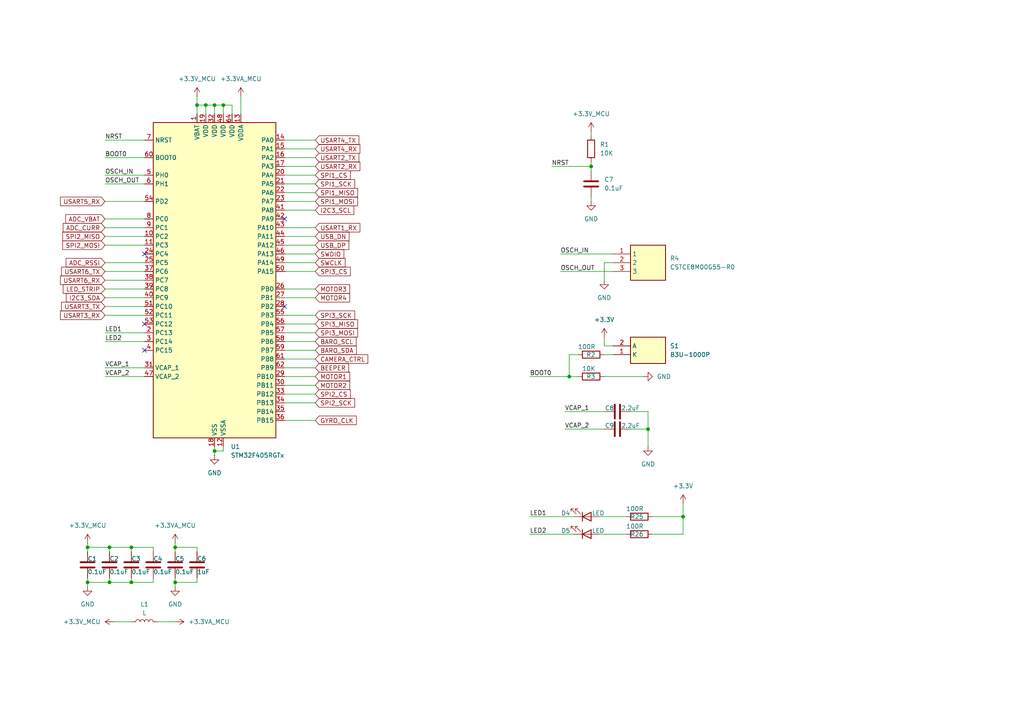
<source format=kicad_sch>
(kicad_sch (version 20250114) (generator "eeschema") (generator_version "9.0")
  (paper "A4")
  (lib_symbols
    (symbol "Device:LED" (pin_numbers (hide yes)) (pin_names (offset 1.016) (hide yes))
      (property "Reference" "D" (at 0 2.54 0))
      (property "Value" "LED" (at 0 -2.54 0))
      (symbol "LED_0_1"
        (polyline (pts (xy -3.048 -0.762) (xy -4.572 -2.286) (xy -3.81 -2.286) (xy -4.572 -2.286) (xy -4.572 -1.524)))
        (polyline (pts (xy -1.778 -0.762) (xy -3.302 -2.286) (xy -2.54 -2.286) (xy -3.302 -2.286) (xy -3.302 -1.524)))
        (polyline (pts (xy -1.27 0) (xy 1.27 0)))
        (polyline (pts (xy -1.27 -1.27) (xy -1.27 1.27)) (stroke (width 0.254)))
        (polyline (pts (xy 1.27 -1.27) (xy 1.27 1.27) (xy -1.27 0) (xy 1.27 -1.27)) (stroke (width 0.254)))
      )
      (symbol "LED_1_1"
        (pin passive line (at -3.81 0 0) (length 2.54) (name "K") (number "1"))
        (pin passive line (at 3.81 0 180) (length 2.54) (name "A") (number "2"))
      )
    )
    (symbol "Library:B3U-1000P"
      (property "Reference" "S" (at 16.51 7.62 0))
      (property "Value" "B3U-1000P" (at 16.51 5.08 0))
      (symbol "B3U-1000P_1_1"
        (rectangle (start 5.08 2.54) (end 15.24 -5.08) (stroke (width 0.254)) (fill (type background)))
        (pin passive line (at 0 0 0) (length 5.08) (name "A") (number "2"))
        (pin passive line (at 0 -2.54 0) (length 5.08) (name "K") (number "1"))
      )
    )
    (symbol "Library:C" (pin_numbers (hide yes)) (pin_names (offset 0.254))
      (property "Reference" "C" (at 0.635 2.54 0))
      (property "Value" "C" (at 0.635 -2.54 0))
      (symbol "C_0_1"
        (polyline (pts (xy -2.032 0.762) (xy 2.032 0.762)) (stroke (width 0.508)))
        (polyline (pts (xy -2.032 -0.762) (xy 2.032 -0.762)) (stroke (width 0.508)))
      )
      (symbol "C_1_1"
        (pin passive line (at 0 3.81 270) (length 2.794) (name "~") (number "1"))
        (pin passive line (at 0 -3.81 90) (length 2.794) (name "~") (number "2"))
      )
    )
    (symbol "Library:CSTCE8M00G55-R0"
      (property "Reference" "R" (at 16.51 7.62 0))
      (property "Value" "CSTCE8M00G55-R0" (at 16.51 5.08 0))
      (symbol "CSTCE8M00G55-R0_1_1"
        (rectangle (start 5.08 2.54) (end 15.24 -7.62) (stroke (width 0.254)) (fill (type background)))
        (pin passive line (at 0 0 0) (length 5.08) (name "1") (number "1"))
        (pin passive line (at 0 -2.54 0) (length 5.08) (name "2") (number "2"))
        (pin passive line (at 0 -5.08 0) (length 5.08) (name "3") (number "3"))
      )
    )
    (symbol "Library:L" (pin_numbers (hide yes)) (pin_names (offset 1.016) (hide yes))
      (property "Reference" "L" (at -1.27 0 90))
      (property "Value" "L" (at 1.905 0 90))
      (symbol "L_0_1"
        (arc (start 0 2.54) (mid 0.6323 1.905) (end 0 1.27))
        (arc (start 0 1.27) (mid 0.6323 0.635) (end 0 0))
        (arc (start 0 0) (mid 0.6323 -0.635) (end 0 -1.27))
        (arc (start 0 -1.27) (mid 0.6323 -1.905) (end 0 -2.54))
      )
      (symbol "L_1_1"
        (pin passive line (at 0 3.81 270) (length 1.27) (name "1") (number "1"))
        (pin passive line (at 0 -3.81 90) (length 1.27) (name "2") (number "2"))
      )
    )
    (symbol "Library:R" (pin_numbers (hide yes)) (pin_names (offset 0))
      (property "Reference" "R" (at 2.032 0 90))
      (property "Value" "R" (at 0 0 90))
      (symbol "R_0_1"
        (rectangle (start -1.016 -2.54) (end 1.016 2.54) (stroke (width 0.254)))
      )
      (symbol "R_1_1"
        (pin passive line (at 0 3.81 270) (length 1.27) (name "~") (number "1"))
        (pin passive line (at 0 -3.81 90) (length 1.27) (name "~") (number "2"))
      )
    )
    (symbol "Library:STM32F405RGTx"
      (property "Reference" "U" (at -17.78 46.99 0))
      (property "Value" "STM32F405RGTx" (at 10.16 46.99 0))
      (symbol "STM32F405RGTx_0_1"
        (rectangle (start -17.78 -45.72) (end 17.78 45.72) (stroke (width 0.254)) (fill (type background)))
      )
      (symbol "STM32F405RGTx_1_1"
        (pin input line (at -20.32 40.64 0) (length 2.54) (name "NRST") (number "7"))
        (pin input line (at -20.32 35.56 0) (length 2.54) (name "BOOT0") (number "60"))
        (pin bidirectional line (at -20.32 30.48 0) (length 2.54) (name "PH0") (number "5"))
        (pin bidirectional line (at -20.32 27.94 0) (length 2.54) (name "PH1") (number "6"))
        (pin bidirectional line (at -20.32 22.86 0) (length 2.54) (name "PD2") (number "54"))
        (pin bidirectional line (at -20.32 17.78 0) (length 2.54) (name "PC0") (number "8"))
        (pin bidirectional line (at -20.32 15.24 0) (length 2.54) (name "PC1") (number "9"))
        (pin bidirectional line (at -20.32 12.7 0) (length 2.54) (name "PC2") (number "10"))
        (pin bidirectional line (at -20.32 10.16 0) (length 2.54) (name "PC3") (number "11"))
        (pin bidirectional line (at -20.32 7.62 0) (length 2.54) (name "PC4") (number "24"))
        (pin bidirectional line (at -20.32 5.08 0) (length 2.54) (name "PC5") (number "25"))
        (pin bidirectional line (at -20.32 2.54 0) (length 2.54) (name "PC6") (number "37"))
        (pin bidirectional line (at -20.32 0 0) (length 2.54) (name "PC7") (number "38"))
        (pin bidirectional line (at -20.32 -2.54 0) (length 2.54) (name "PC8") (number "39"))
        (pin bidirectional line (at -20.32 -5.08 0) (length 2.54) (name "PC9") (number "40"))
        (pin bidirectional line (at -20.32 -7.62 0) (length 2.54) (name "PC10") (number "51"))
        (pin bidirectional line (at -20.32 -10.16 0) (length 2.54) (name "PC11") (number "52"))
        (pin bidirectional line (at -20.32 -12.7 0) (length 2.54) (name "PC12") (number "53"))
        (pin bidirectional line (at -20.32 -15.24 0) (length 2.54) (name "PC13") (number "2"))
        (pin bidirectional line (at -20.32 -17.78 0) (length 2.54) (name "PC14") (number "3"))
        (pin bidirectional line (at -20.32 -20.32 0) (length 2.54) (name "PC15") (number "4"))
        (pin power_out line (at -20.32 -25.4 0) (length 2.54) (name "VCAP_1") (number "31"))
        (pin power_out line (at -20.32 -27.94 0) (length 2.54) (name "VCAP_2") (number "47"))
        (pin power_in line (at -5.08 48.26 270) (length 2.54) (name "VBAT") (number "1"))
        (pin power_in line (at -2.54 48.26 270) (length 2.54) (name "VDD") (number "19"))
        (pin power_in line (at 0 48.26 270) (length 2.54) (name "VDD") (number "32"))
        (pin power_in line (at 0 -48.26 90) (length 2.54) (name "VSS") (number "18"))
        (pin passive line (at 0 -48.26 90) (length 2.54) (hide yes) (name "VSS") (number "63"))
        (pin power_in line (at 2.54 48.26 270) (length 2.54) (name "VDD") (number "48"))
        (pin power_in line (at 2.54 -48.26 90) (length 2.54) (name "VSSA") (number "12"))
        (pin power_in line (at 5.08 48.26 270) (length 2.54) (name "VDD") (number "64"))
        (pin power_in line (at 7.62 48.26 270) (length 2.54) (name "VDDA") (number "13"))
        (pin bidirectional line (at 20.32 40.64 180) (length 2.54) (name "PA0") (number "14"))
        (pin bidirectional line (at 20.32 38.1 180) (length 2.54) (name "PA1") (number "15"))
        (pin bidirectional line (at 20.32 35.56 180) (length 2.54) (name "PA2") (number "16"))
        (pin bidirectional line (at 20.32 33.02 180) (length 2.54) (name "PA3") (number "17"))
        (pin bidirectional line (at 20.32 30.48 180) (length 2.54) (name "PA4") (number "20"))
        (pin bidirectional line (at 20.32 27.94 180) (length 2.54) (name "PA5") (number "21"))
        (pin bidirectional line (at 20.32 25.4 180) (length 2.54) (name "PA6") (number "22"))
        (pin bidirectional line (at 20.32 22.86 180) (length 2.54) (name "PA7") (number "23"))
        (pin bidirectional line (at 20.32 20.32 180) (length 2.54) (name "PA8") (number "41"))
        (pin bidirectional line (at 20.32 17.78 180) (length 2.54) (name "PA9") (number "42"))
        (pin bidirectional line (at 20.32 15.24 180) (length 2.54) (name "PA10") (number "43"))
        (pin bidirectional line (at 20.32 12.7 180) (length 2.54) (name "PA11") (number "44"))
        (pin bidirectional line (at 20.32 10.16 180) (length 2.54) (name "PA12") (number "45"))
        (pin bidirectional line (at 20.32 7.62 180) (length 2.54) (name "PA13") (number "46"))
        (pin bidirectional line (at 20.32 5.08 180) (length 2.54) (name "PA14") (number "49"))
        (pin bidirectional line (at 20.32 2.54 180) (length 2.54) (name "PA15") (number "50"))
        (pin bidirectional line (at 20.32 -2.54 180) (length 2.54) (name "PB0") (number "26"))
        (pin bidirectional line (at 20.32 -5.08 180) (length 2.54) (name "PB1") (number "27"))
        (pin bidirectional line (at 20.32 -7.62 180) (length 2.54) (name "PB2") (number "28"))
        (pin bidirectional line (at 20.32 -10.16 180) (length 2.54) (name "PB3") (number "55"))
        (pin bidirectional line (at 20.32 -12.7 180) (length 2.54) (name "PB4") (number "56"))
        (pin bidirectional line (at 20.32 -15.24 180) (length 2.54) (name "PB5") (number "57"))
        (pin bidirectional line (at 20.32 -17.78 180) (length 2.54) (name "PB6") (number "58"))
        (pin bidirectional line (at 20.32 -20.32 180) (length 2.54) (name "PB7") (number "59"))
        (pin bidirectional line (at 20.32 -22.86 180) (length 2.54) (name "PB8") (number "61"))
        (pin bidirectional line (at 20.32 -25.4 180) (length 2.54) (name "PB9") (number "62"))
        (pin bidirectional line (at 20.32 -27.94 180) (length 2.54) (name "PB10") (number "29"))
        (pin bidirectional line (at 20.32 -30.48 180) (length 2.54) (name "PB11") (number "30"))
        (pin bidirectional line (at 20.32 -33.02 180) (length 2.54) (name "PB12") (number "33"))
        (pin bidirectional line (at 20.32 -35.56 180) (length 2.54) (name "PB13") (number "34"))
        (pin bidirectional line (at 20.32 -38.1 180) (length 2.54) (name "PB14") (number "35"))
        (pin bidirectional line (at 20.32 -40.64 180) (length 2.54) (name "PB15") (number "36"))
      )
    )
    (symbol "power:+3.3V" (power) (pin_numbers (hide yes)) (pin_names (offset 0) (hide yes))
      (property "Value" "+3.3V" (at 0 3.556 0))
      (symbol "+3.3V_0_1"
        (polyline (pts (xy -0.762 1.27) (xy 0 2.54)))
        (polyline (pts (xy 0 2.54) (xy 0.762 1.27)))
        (polyline (pts (xy 0 0) (xy 0 2.54)))
      )
      (symbol "+3.3V_1_1"
        (pin power_in line (at 0 0 90) (length 0) (name "~") (number "1"))
      )
    )
    (symbol "power:GND" (power) (pin_numbers (hide yes)) (pin_names (offset 0) (hide yes))
      (property "Value" "GND" (at 0 -3.81 0))
      (symbol "GND_0_1"
        (polyline (pts (xy 0 0) (xy 0 -1.27) (xy 1.27 -1.27) (xy 0 -2.54) (xy -1.27 -1.27) (xy 0 -1.27)))
      )
      (symbol "GND_1_1"
        (pin power_in line (at 0 0 270) (length 0) (name "~") (number "1"))
      )
    )
  )
  (junction (at 25.4 158.75))
  (junction (at 187.96 124.46))
  (junction (at 198.12 149.86))
  (junction (at 165.1 109.22))
  (junction (at 64.77 30.48))
  (junction (at 171.45 48.26))
  (junction (at 31.75 168.91))
  (junction (at 57.15 30.48))
  (junction (at 62.23 30.48))
  (junction (at 50.8 168.91))
  (junction (at 38.1 168.91))
  (junction (at 38.1 158.75))
  (junction (at 31.75 158.75))
  (junction (at 25.4 168.91))
  (junction (at 59.69 30.48))
  (junction (at 62.23 130.81))
  (junction (at 50.8 158.75))
  (no_connect (at 41.91 73.66))
  (no_connect (at 82.55 88.9))
  (no_connect (at 82.55 63.5))
  (no_connect (at 41.91 101.6))
  (no_connect (at 41.91 93.98))
  (wire (pts (xy 82.55 99.06) (xy 91.44 99.06)))
  (wire (pts (xy 30.48 99.06) (xy 41.91 99.06)))
  (wire (pts (xy 82.55 101.6) (xy 91.44 101.6)))
  (wire (pts (xy 82.55 91.44) (xy 91.44 91.44)))
  (wire (pts (xy 30.48 91.44) (xy 41.91 91.44)))
  (wire (pts (xy 165.1 102.87) (xy 167.64 102.87)))
  (wire (pts (xy 50.8 157.48) (xy 50.8 158.75)))
  (wire (pts (xy 33.02 180.34) (xy 38.1 180.34)))
  (wire (pts (xy 165.1 109.22) (xy 165.1 102.87)))
  (wire (pts (xy 91.44 109.22) (xy 82.55 109.22)))
  (wire (pts (xy 25.4 158.75) (xy 25.4 160.02)))
  (wire (pts (xy 30.48 63.5) (xy 41.91 63.5)))
  (wire (pts (xy 57.15 27.94) (xy 57.15 30.48)))
  (wire (pts (xy 50.8 158.75) (xy 50.8 160.02)))
  (wire (pts (xy 91.44 50.8) (xy 82.55 50.8)))
  (wire (pts (xy 91.44 66.04) (xy 82.55 66.04)))
  (wire (pts (xy 82.55 93.98) (xy 91.44 93.98)))
  (wire (pts (xy 30.48 86.36) (xy 41.91 86.36)))
  (wire (pts (xy 67.31 30.48) (xy 67.31 33.02)))
  (wire (pts (xy 160.02 48.26) (xy 171.45 48.26)))
  (wire (pts (xy 182.88 124.46) (xy 187.96 124.46)))
  (wire (pts (xy 38.1 168.91) (xy 44.45 168.91)))
  (wire (pts (xy 57.15 160.02) (xy 57.15 158.75)))
  (wire (pts (xy 91.44 114.3) (xy 82.55 114.3)))
  (wire (pts (xy 91.44 83.82) (xy 82.55 83.82)))
  (wire (pts (xy 30.48 71.12) (xy 41.91 71.12)))
  (wire (pts (xy 162.56 78.74) (xy 177.8 78.74)))
  (wire (pts (xy 57.15 30.48) (xy 59.69 30.48)))
  (wire (pts (xy 175.26 97.79) (xy 175.26 100.33)))
  (wire (pts (xy 175.26 109.22) (xy 186.69 109.22)))
  (wire (pts (xy 82.55 86.36) (xy 91.44 86.36)))
  (wire (pts (xy 38.1 158.75) (xy 31.75 158.75)))
  (wire (pts (xy 171.45 48.26) (xy 171.45 49.53)))
  (wire (pts (xy 41.91 68.58) (xy 30.48 68.58)))
  (wire (pts (xy 82.55 121.92) (xy 91.44 121.92)))
  (wire (pts (xy 91.44 68.58) (xy 82.55 68.58)))
  (wire (pts (xy 30.48 109.22) (xy 41.91 109.22)))
  (wire (pts (xy 30.48 81.28) (xy 41.91 81.28)))
  (wire (pts (xy 44.45 158.75) (xy 44.45 160.02)))
  (wire (pts (xy 82.55 96.52) (xy 91.44 96.52)))
  (wire (pts (xy 38.1 167.64) (xy 38.1 168.91)))
  (wire (pts (xy 82.55 76.2) (xy 91.44 76.2)))
  (wire (pts (xy 64.77 129.54) (xy 64.77 130.81)))
  (wire (pts (xy 163.83 124.46) (xy 175.26 124.46)))
  (wire (pts (xy 187.96 124.46) (xy 187.96 129.54)))
  (wire (pts (xy 82.55 106.68) (xy 91.44 106.68)))
  (wire (pts (xy 198.12 154.94) (xy 189.23 154.94)))
  (wire (pts (xy 198.12 149.86) (xy 198.12 154.94)))
  (wire (pts (xy 30.48 78.74) (xy 41.91 78.74)))
  (wire (pts (xy 64.77 30.48) (xy 64.77 33.02)))
  (wire (pts (xy 57.15 168.91) (xy 57.15 167.64)))
  (wire (pts (xy 30.48 66.04) (xy 41.91 66.04)))
  (wire (pts (xy 31.75 167.64) (xy 31.75 168.91)))
  (wire (pts (xy 44.45 167.64) (xy 44.45 168.91)))
  (wire (pts (xy 25.4 168.91) (xy 25.4 170.18)))
  (wire (pts (xy 82.55 60.96) (xy 91.44 60.96)))
  (wire (pts (xy 44.45 158.75) (xy 38.1 158.75)))
  (wire (pts (xy 62.23 30.48) (xy 64.77 30.48)))
  (wire (pts (xy 165.1 109.22) (xy 167.64 109.22)))
  (wire (pts (xy 171.45 46.99) (xy 171.45 48.26)))
  (wire (pts (xy 38.1 158.75) (xy 38.1 160.02)))
  (wire (pts (xy 62.23 30.48) (xy 62.23 33.02)))
  (wire (pts (xy 62.23 129.54) (xy 62.23 130.81)))
  (wire (pts (xy 30.48 45.72) (xy 41.91 45.72)))
  (wire (pts (xy 64.77 30.48) (xy 67.31 30.48)))
  (wire (pts (xy 30.48 88.9) (xy 41.91 88.9)))
  (wire (pts (xy 50.8 167.64) (xy 50.8 168.91)))
  (wire (pts (xy 62.23 130.81) (xy 62.23 132.08)))
  (wire (pts (xy 91.44 48.26) (xy 82.55 48.26)))
  (wire (pts (xy 31.75 168.91) (xy 38.1 168.91)))
  (wire (pts (xy 91.44 58.42) (xy 82.55 58.42)))
  (wire (pts (xy 30.48 96.52) (xy 41.91 96.52)))
  (wire (pts (xy 57.15 30.48) (xy 57.15 33.02)))
  (wire (pts (xy 189.23 149.86) (xy 198.12 149.86)))
  (wire (pts (xy 177.8 76.2) (xy 175.26 76.2)))
  (wire (pts (xy 45.72 180.34) (xy 50.8 180.34)))
  (wire (pts (xy 153.67 154.94) (xy 166.37 154.94)))
  (wire (pts (xy 187.96 119.38) (xy 187.96 124.46)))
  (wire (pts (xy 175.26 100.33) (xy 177.8 100.33)))
  (wire (pts (xy 91.44 43.18) (xy 82.55 43.18)))
  (wire (pts (xy 82.55 111.76) (xy 91.44 111.76)))
  (wire (pts (xy 30.48 40.64) (xy 41.91 40.64)))
  (wire (pts (xy 31.75 158.75) (xy 25.4 158.75)))
  (wire (pts (xy 25.4 168.91) (xy 31.75 168.91)))
  (wire (pts (xy 25.4 167.64) (xy 25.4 168.91)))
  (wire (pts (xy 163.83 119.38) (xy 175.26 119.38)))
  (wire (pts (xy 64.77 130.81) (xy 62.23 130.81)))
  (wire (pts (xy 59.69 30.48) (xy 62.23 30.48)))
  (wire (pts (xy 153.67 149.86) (xy 166.37 149.86)))
  (wire (pts (xy 82.55 73.66) (xy 91.44 73.66)))
  (wire (pts (xy 171.45 38.1) (xy 171.45 39.37)))
  (wire (pts (xy 57.15 158.75) (xy 50.8 158.75)))
  (wire (pts (xy 30.48 76.2) (xy 41.91 76.2)))
  (wire (pts (xy 175.26 102.87) (xy 177.8 102.87)))
  (wire (pts (xy 25.4 157.48) (xy 25.4 158.75)))
  (wire (pts (xy 91.44 40.64) (xy 82.55 40.64)))
  (wire (pts (xy 50.8 168.91) (xy 57.15 168.91)))
  (wire (pts (xy 91.44 71.12) (xy 82.55 71.12)))
  (wire (pts (xy 82.55 116.84) (xy 91.44 116.84)))
  (wire (pts (xy 91.44 55.88) (xy 82.55 55.88)))
  (wire (pts (xy 153.67 109.22) (xy 165.1 109.22)))
  (wire (pts (xy 173.99 149.86) (xy 181.61 149.86)))
  (wire (pts (xy 198.12 146.05) (xy 198.12 149.86)))
  (wire (pts (xy 82.55 104.14) (xy 91.44 104.14)))
  (wire (pts (xy 173.99 154.94) (xy 181.61 154.94)))
  (wire (pts (xy 171.45 57.15) (xy 171.45 58.42)))
  (wire (pts (xy 69.85 27.94) (xy 69.85 33.02)))
  (wire (pts (xy 182.88 119.38) (xy 187.96 119.38)))
  (wire (pts (xy 175.26 76.2) (xy 175.26 81.28)))
  (wire (pts (xy 82.55 78.74) (xy 91.44 78.74)))
  (wire (pts (xy 30.48 53.34) (xy 41.91 53.34)))
  (wire (pts (xy 30.48 106.68) (xy 41.91 106.68)))
  (wire (pts (xy 31.75 158.75) (xy 31.75 160.02)))
  (wire (pts (xy 91.44 53.34) (xy 82.55 53.34)))
  (wire (pts (xy 30.48 83.82) (xy 41.91 83.82)))
  (wire (pts (xy 91.44 45.72) (xy 82.55 45.72)))
  (wire (pts (xy 50.8 168.91) (xy 50.8 170.18)))
  (wire (pts (xy 162.56 73.66) (xy 177.8 73.66)))
  (wire (pts (xy 30.48 50.8) (xy 41.91 50.8)))
  (wire (pts (xy 59.69 30.48) (xy 59.69 33.02)))
  (wire (pts (xy 30.48 58.42) (xy 41.91 58.42)))
  (label "VCAP_2" (at 163.83 124.46 0))
  (label "NRST" (at 160.02 48.26 0))
  (label "LED2" (at 30.48 99.06 0))
  (label "NRST" (at 30.48 40.64 0))
  (label "LED1" (at 30.48 96.52 0))
  (label "VCAP_2" (at 30.48 109.22 0))
  (label "LED2" (at 153.67 154.94 0))
  (label "VCAP_1" (at 30.48 106.68 0))
  (label "BOOT0" (at 30.48 45.72 0))
  (label "OSCH_IN" (at 162.56 73.66 0))
  (label "OSCH_OUT" (at 162.56 78.74 0))
  (label "BOOT0" (at 153.67 109.22 0))
  (label "OSCH_OUT" (at 30.48 53.34 0))
  (label "LED1" (at 153.67 149.86 0))
  (label "VCAP_1" (at 163.83 119.38 0))
  (label "OSCH_IN" (at 30.48 50.8 0))
  (global_label "SPI3_CS" (shape input) (at 91.44 78.74 0) (property "Intersheetrefs" "${INTERSHEET_REFS}" (effects (hide yes))))
  (global_label "LED_STRIP" (shape input) (at 30.48 83.82 180) (property "Intersheetrefs" "${INTERSHEET_REFS}" (effects (hide yes))))
  (global_label "SPI1_SCK" (shape input) (at 91.44 53.34 0) (property "Intersheetrefs" "${INTERSHEET_REFS}" (effects (hide yes))))
  (global_label "USART2_TX" (shape input) (at 91.44 45.72 0) (property "Intersheetrefs" "${INTERSHEET_REFS}" (effects (hide yes))))
  (global_label "BEEPER" (shape input) (at 91.44 106.68 0) (property "Intersheetrefs" "${INTERSHEET_REFS}" (effects (hide yes))))
  (global_label "ADC_RSSI" (shape input) (at 30.48 76.2 180) (property "Intersheetrefs" "${INTERSHEET_REFS}" (effects (hide yes))))
  (global_label "USART6_RX" (shape input) (at 30.48 81.28 180) (property "Intersheetrefs" "${INTERSHEET_REFS}" (effects (hide yes))))
  (global_label "USART1_RX" (shape input) (at 91.44 66.04 0) (property "Intersheetrefs" "${INTERSHEET_REFS}" (effects (hide yes))))
  (global_label "ADC_VBAT" (shape input) (at 30.48 63.5 180) (property "Intersheetrefs" "${INTERSHEET_REFS}" (effects (hide yes))))
  (global_label "BARO_SDA" (shape input) (at 91.44 101.6 0) (property "Intersheetrefs" "${INTERSHEET_REFS}" (effects (hide yes))))
  (global_label "SPI2_CS" (shape input) (at 91.44 114.3 0) (property "Intersheetrefs" "${INTERSHEET_REFS}" (effects (hide yes))))
  (global_label "USART5_RX" (shape input) (at 30.48 58.42 180) (property "Intersheetrefs" "${INTERSHEET_REFS}" (effects (hide yes))))
  (global_label "USART4_TX" (shape input) (at 91.44 40.64 0) (property "Intersheetrefs" "${INTERSHEET_REFS}" (effects (hide yes))))
  (global_label "SPI1_MOSI" (shape input) (at 91.44 58.42 0) (property "Intersheetrefs" "${INTERSHEET_REFS}" (effects (hide yes))))
  (global_label "SPI2_MISO" (shape input) (at 30.48 68.58 180) (property "Intersheetrefs" "${INTERSHEET_REFS}" (effects (hide yes))))
  (global_label "USART4_RX" (shape input) (at 91.44 43.18 0) (property "Intersheetrefs" "${INTERSHEET_REFS}" (effects (hide yes))))
  (global_label "USART2_RX" (shape input) (at 91.44 48.26 0) (property "Intersheetrefs" "${INTERSHEET_REFS}" (effects (hide yes))))
  (global_label "CAMERA_CTRL" (shape input) (at 91.44 104.14 0) (property "Intersheetrefs" "${INTERSHEET_REFS}" (effects (hide yes))))
  (global_label "USART3_TX" (shape input) (at 30.48 88.9 180) (property "Intersheetrefs" "${INTERSHEET_REFS}" (effects (hide yes))))
  (global_label "I2C3_SDA" (shape input) (at 30.48 86.36 180) (property "Intersheetrefs" "${INTERSHEET_REFS}" (effects (hide yes))))
  (global_label "SWCLK" (shape input) (at 91.44 76.2 0) (property "Intersheetrefs" "${INTERSHEET_REFS}" (effects (hide yes))))
  (global_label "ADC_CURR" (shape input) (at 30.48 66.04 180) (property "Intersheetrefs" "${INTERSHEET_REFS}" (effects (hide yes))))
  (global_label "GYRO_CLK" (shape input) (at 91.44 121.92 0) (property "Intersheetrefs" "${INTERSHEET_REFS}" (effects (hide yes))))
  (global_label "SWDIO" (shape input) (at 91.44 73.66 0) (property "Intersheetrefs" "${INTERSHEET_REFS}" (effects (hide yes))))
  (global_label "USART6_TX" (shape input) (at 30.48 78.74 180) (property "Intersheetrefs" "${INTERSHEET_REFS}" (effects (hide yes))))
  (global_label "BARO_SCL" (shape input) (at 91.44 99.06 0) (property "Intersheetrefs" "${INTERSHEET_REFS}" (effects (hide yes))))
  (global_label "SPI1_MISO" (shape input) (at 91.44 55.88 0) (property "Intersheetrefs" "${INTERSHEET_REFS}" (effects (hide yes))))
  (global_label "I2C3_SCL" (shape input) (at 91.44 60.96 0) (property "Intersheetrefs" "${INTERSHEET_REFS}" (effects (hide yes))))
  (global_label "MOTOR3" (shape input) (at 91.44 83.82 0) (property "Intersheetrefs" "${INTERSHEET_REFS}" (effects (hide yes))))
  (global_label "SPI1_CS" (shape input) (at 91.44 50.8 0) (property "Intersheetrefs" "${INTERSHEET_REFS}" (effects (hide yes))))
  (global_label "MOTOR1" (shape input) (at 91.44 109.22 0) (property "Intersheetrefs" "${INTERSHEET_REFS}" (effects (hide yes))))
  (global_label "USB_DP" (shape input) (at 91.44 71.12 0) (property "Intersheetrefs" "${INTERSHEET_REFS}" (effects (hide yes))))
  (global_label "USB_DN" (shape input) (at 91.44 68.58 0) (property "Intersheetrefs" "${INTERSHEET_REFS}" (effects (hide yes))))
  (global_label "SPI3_MISO" (shape input) (at 91.44 93.98 0) (property "Intersheetrefs" "${INTERSHEET_REFS}" (effects (hide yes))))
  (global_label "SPI2_SCK" (shape input) (at 91.44 116.84 0) (property "Intersheetrefs" "${INTERSHEET_REFS}" (effects (hide yes))))
  (global_label "MOTOR4" (shape input) (at 91.44 86.36 0) (property "Intersheetrefs" "${INTERSHEET_REFS}" (effects (hide yes))))
  (global_label "SPI2_MOSI" (shape input) (at 30.48 71.12 180) (property "Intersheetrefs" "${INTERSHEET_REFS}" (effects (hide yes))))
  (global_label "SPI3_MOSI" (shape input) (at 91.44 96.52 0) (property "Intersheetrefs" "${INTERSHEET_REFS}" (effects (hide yes))))
  (global_label "USART3_RX" (shape input) (at 30.48 91.44 180) (property "Intersheetrefs" "${INTERSHEET_REFS}" (effects (hide yes))))
  (global_label "SPI3_SCK" (shape input) (at 91.44 91.44 0) (property "Intersheetrefs" "${INTERSHEET_REFS}" (effects (hide yes))))
  (global_label "MOTOR2" (shape input) (at 91.44 111.76 0) (property "Intersheetrefs" "${INTERSHEET_REFS}" (effects (hide yes))))
  (symbol (lib_id "Device:LED") (at 170.18 154.94 0) (mirror x) (unit 1)
    (property "Reference" "D5" (at 164.084 153.924 0))
    (property "Value" "LED" (at 173.482 153.924 0))
    (property "Footprint" "LED_SMD:LED_0603_1608Metric" (effects (hide yes)))
    (property "Description" "Light emitting diode" (effects (hide yes)))
    (property "Sim.Pins" "1=K 2=A" (effects (hide yes)))
  )
  (symbol (lib_id "Library:C") (at 179.07 124.46 90) (unit 1)
    (property "Reference" "C9" (at 176.784 123.444 90))
    (property "Value" "2.2uF" (at 182.88 123.444 90))
    (property "Footprint" "Capacitor_SMD:C_0402_1005Metric" (effects (hide yes)))
    (property "Description" "Unpolarized capacitor" (effects (hide yes)))
  )
  (symbol (lib_id "power:+3.3V") (at 33.02 180.34 90) (unit 1)
    (property "Reference" "#PWR03" (effects (hide yes)))
    (property "Value" "+3.3V_MCU" (at 29.21 180.3399 90) (effects (justify left)))
    (property "Description" "Power symbol creates a global label with name \"+3.3V\"" (effects (hide yes)))
  )
  (symbol (lib_id "Device:LED") (at 170.18 149.86 0) (mirror x) (unit 1)
    (property "Reference" "D4" (at 164.084 148.844 0))
    (property "Value" "LED" (at 173.482 148.844 0))
    (property "Footprint" "LED_SMD:LED_0603_1608Metric" (effects (hide yes)))
    (property "Description" "Light emitting diode" (effects (hide yes)))
    (property "Sim.Pins" "1=K 2=A" (effects (hide yes)))
  )
  (symbol (lib_id "power:GND") (at 62.23 132.08 0) (unit 1)
    (property "Reference" "#PWR05" (effects (hide yes)))
    (property "Value" "GND" (at 62.23 137.16 0))
    (property "Description" "Power symbol creates a global label with name \"GND\" , ground" (effects (hide yes)))
  )
  (symbol (lib_id "power:GND") (at 171.45 58.42 0) (unit 1)
    (property "Reference" "#PWR011" (effects (hide yes)))
    (property "Value" "GND" (at 171.45 63.5 0))
    (property "Description" "Power symbol creates a global label with name \"GND\" , ground" (effects (hide yes)))
  )
  (symbol (lib_id "power:GND") (at 186.69 109.22 90) (unit 1)
    (property "Reference" "#PWR014" (effects (hide yes)))
    (property "Value" "GND" (at 190.5 109.2199 90) (effects (justify right)))
    (property "Description" "Power symbol creates a global label with name \"GND\" , ground" (effects (hide yes)))
  )
  (symbol (lib_id "Library:C") (at 179.07 119.38 90) (unit 1)
    (property "Reference" "C8" (at 176.784 118.364 90))
    (property "Value" "2.2uF" (at 182.88 118.364 90))
    (property "Footprint" "Capacitor_SMD:C_0402_1005Metric" (effects (hide yes)))
    (property "Description" "Unpolarized capacitor" (effects (hide yes)))
  )
  (symbol (lib_id "power:GND") (at 187.96 129.54 0) (unit 1)
    (property "Reference" "#PWR015" (effects (hide yes)))
    (property "Value" "GND" (at 187.96 134.62 0))
    (property "Description" "Power symbol creates a global label with name \"GND\" , ground" (effects (hide yes)))
  )
  (symbol (lib_id "Library:R") (at 171.45 43.18 0) (unit 1)
    (property "Reference" "R1" (at 173.99 41.9099 0) (effects (justify left)))
    (property "Value" "10K" (at 173.99 44.4499 0) (effects (justify left)))
    (property "Footprint" "Resistor_SMD:R_0402_1005Metric" (effects (hide yes)))
    (property "Description" "Resistor" (effects (hide yes)))
  )
  (symbol (lib_id "Library:R") (at 185.42 154.94 90) (unit 1)
    (property "Reference" "R26" (at 186.69 154.94 90) (effects (justify left)))
    (property "Value" "100R" (at 186.69 152.654 90) (effects (justify left)))
    (property "Footprint" "Resistor_SMD:R_0402_1005Metric" (effects (hide yes)))
    (property "Description" "Resistor" (effects (hide yes)))
  )
  (symbol (lib_id "Library:C") (at 57.15 163.83 0) (unit 1)
    (property "Reference" "C6" (at 57.15 162.052 0) (effects (justify left)))
    (property "Value" "1uF" (at 57.15 165.862 0) (effects (justify left)))
    (property "Footprint" "Capacitor_SMD:C_0402_1005Metric" (effects (hide yes)))
    (property "Description" "Unpolarized capacitor" (effects (hide yes)))
  )
  (symbol (lib_id "power:GND") (at 25.4 170.18 0) (unit 1)
    (property "Reference" "#PWR02" (effects (hide yes)))
    (property "Value" "GND" (at 25.4 175.26 0))
    (property "Description" "Power symbol creates a global label with name \"GND\" , ground" (effects (hide yes)))
  )
  (symbol (lib_id "Library:B3U-1000P") (at 177.8 100.33 0) (unit 1)
    (property "Reference" "S1" (at 194.31 100.3299 0) (effects (justify left)))
    (property "Value" "B3U-1000P" (at 194.31 102.8699 0) (effects (justify left)))
    (property "Footprint" "B3U-1000P" (effects (hide yes)))
    (property "Datasheet" "https://www.omron.com/ecb/products/pdf/en-b3u.pdf" (effects (hide yes)))
    (property "Description" "OMRON ELECTRONIC COMPONENTS - B3U-1000P - SWITCH, SPST-NO, 0.05A, 12V, SMD" (effects (hide yes)))
    (property "Manufacturer_Name" "Omron Electronics" (effects (hide yes)))
    (property "Manufacturer_Part_Number" "B3U-1000P" (effects (hide yes)))
    (property "Mouser Part Number" "653-B3U-1000P" (effects (hide yes)))
    (property "Mouser Price/Stock" "https://www.mouser.co.uk/ProductDetail/Omron-Electronics/B3U-1000P?qs=AO7BQMcsEu4ip80xyf2FwA%3D%3D" (effects (hide yes)))
    (property "Arrow Part Number" "B3U-1000P" (effects (hide yes)))
    (property "Arrow Price/Stock" "https://www.arrow.com/en/products/b3u1000p/omron?region=nac" (effects (hide yes)))
  )
  (symbol (lib_id "Library:C") (at 25.4 163.83 0) (unit 1)
    (property "Reference" "C1" (at 25.4 162.052 0) (effects (justify left)))
    (property "Value" "0.1uF" (at 25.4 165.862 0) (effects (justify left)))
    (property "Footprint" "Capacitor_SMD:C_0402_1005Metric" (effects (hide yes)))
    (property "Description" "Unpolarized capacitor" (effects (hide yes)))
  )
  (symbol (lib_id "Library:C") (at 44.45 163.83 0) (unit 1)
    (property "Reference" "C4" (at 44.45 162.052 0) (effects (justify left)))
    (property "Value" "0.1uF" (at 44.45 165.862 0) (effects (justify left)))
    (property "Footprint" "Capacitor_SMD:C_0402_1005Metric" (effects (hide yes)))
    (property "Description" "Unpolarized capacitor" (effects (hide yes)))
  )
  (symbol (lib_id "power:+3.3V") (at 50.8 180.34 270) (unit 1)
    (property "Reference" "#PWR08" (effects (hide yes)))
    (property "Value" "+3.3VA_MCU" (at 54.61 180.3399 90) (effects (justify left)))
    (property "Description" "Power symbol creates a global label with name \"+3.3V\"" (effects (hide yes)))
  )
  (symbol (lib_id "power:+3.3V") (at 198.12 146.05 0) (unit 1)
    (property "Reference" "#PWR095" (effects (hide yes)))
    (property "Value" "+3.3V" (at 198.12 140.97 0))
    (property "Description" "Power symbol creates a global label with name \"+3.3V\"" (effects (hide yes)))
  )
  (symbol (lib_id "Library:L") (at 41.91 180.34 90) (unit 1)
    (property "Reference" "L1" (at 41.91 175.26 90))
    (property "Value" "L" (at 41.91 177.8 90))
    (property "Footprint" "Inductor_SMD:L_0603_1608Metric" (effects (hide yes)))
    (property "Description" "Inductor" (effects (hide yes)))
  )
  (symbol (lib_id "Library:CSTCE8M00G55-R0") (at 177.8 73.66 0) (unit 1)
    (property "Reference" "R4" (at 194.31 74.9299 0) (effects (justify left)))
    (property "Value" "CSTCE8M00G55-R0" (at 194.31 77.4699 0) (effects (justify left)))
    (property "Footprint" "CSTCE12M0G55-R0" (effects (hide yes)))
    (property "Datasheet" "http://www.murata.com/en-eu/api/pdfdownloadapi?cate=&partno=CSTCE8M00G55-R0" (effects (hide yes)))
    (property "Description" "SMT ceramic resonator 8.0MHz CSTCE8M00G55-R0, Ceramic Resonator, 8MHz Fundamental 33pF, 3-Pin Cap Chip, 3.2 x 1.3 x 0.7mm" (effects (hide yes)))
    (property "Manufacturer_Name" "Murata Electronics" (effects (hide yes)))
    (property "Manufacturer_Part_Number" "CSTCE8M00G55-R0" (effects (hide yes)))
    (property "Mouser Part Number" "81-CSTCE8M00G55-R0" (effects (hide yes)))
    (property "Mouser Price/Stock" "https://www.mouser.co.uk/ProductDetail/Murata-Electronics/CSTCE8M00G55-R0?qs=eoDEeL6nyORcaHhGM345mw%3D%3D" (effects (hide yes)))
    (property "Arrow Part Number" "CSTCE8M00G55-R0" (effects (hide yes)))
    (property "Arrow Price/Stock" "https://www.arrow.com/en/products/cstce8m00g55-r0/murata-manufacturing" (effects (hide yes)))
  )
  (symbol (lib_id "Library:C") (at 31.75 163.83 0) (unit 1)
    (property "Reference" "C2" (at 31.75 162.052 0) (effects (justify left)))
    (property "Value" "0.1uF" (at 31.75 165.862 0) (effects (justify left)))
    (property "Footprint" "Capacitor_SMD:C_0402_1005Metric" (effects (hide yes)))
    (property "Description" "Unpolarized capacitor" (effects (hide yes)))
  )
  (symbol (lib_id "power:GND") (at 50.8 170.18 0) (unit 1)
    (property "Reference" "#PWR07" (effects (hide yes)))
    (property "Value" "GND" (at 50.8 175.26 0))
    (property "Description" "Power symbol creates a global label with name \"GND\" , ground" (effects (hide yes)))
  )
  (symbol (lib_id "power:+3.3V") (at 171.45 38.1 0) (unit 1)
    (property "Reference" "#PWR010" (effects (hide yes)))
    (property "Value" "+3.3V_MCU" (at 171.45 33.02 0))
    (property "Description" "Power symbol creates a global label with name \"+3.3V\"" (effects (hide yes)))
  )
  (symbol (lib_id "Library:R") (at 171.45 102.87 90) (unit 1)
    (property "Reference" "R2" (at 172.72 102.87 90) (effects (justify left)))
    (property "Value" "100R" (at 172.72 100.584 90) (effects (justify left)))
    (property "Footprint" "Resistor_SMD:R_0402_1005Metric" (effects (hide yes)))
    (property "Description" "Resistor" (effects (hide yes)))
  )
  (symbol (lib_id "Library:R") (at 185.42 149.86 90) (unit 1)
    (property "Reference" "R25" (at 186.69 149.86 90) (effects (justify left)))
    (property "Value" "100R" (at 186.69 147.574 90) (effects (justify left)))
    (property "Footprint" "Resistor_SMD:R_0402_1005Metric" (effects (hide yes)))
    (property "Description" "Resistor" (effects (hide yes)))
  )
  (symbol (lib_id "Library:C") (at 50.8 163.83 0) (unit 1)
    (property "Reference" "C5" (at 50.8 162.052 0) (effects (justify left)))
    (property "Value" "0.1uF" (at 50.8 165.862 0) (effects (justify left)))
    (property "Footprint" "Capacitor_SMD:C_0402_1005Metric" (effects (hide yes)))
    (property "Description" "Unpolarized capacitor" (effects (hide yes)))
  )
  (symbol (lib_id "power:+3.3V") (at 25.4 157.48 0) (unit 1)
    (property "Reference" "#PWR01" (effects (hide yes)))
    (property "Value" "+3.3V_MCU" (at 25.4 152.4 0))
    (property "Description" "Power symbol creates a global label with name \"+3.3V\"" (effects (hide yes)))
  )
  (symbol (lib_id "Library:C") (at 38.1 163.83 0) (unit 1)
    (property "Reference" "C3" (at 38.1 162.052 0) (effects (justify left)))
    (property "Value" "0.1uF" (at 38.1 165.862 0) (effects (justify left)))
    (property "Footprint" "Capacitor_SMD:C_0402_1005Metric" (effects (hide yes)))
    (property "Description" "Unpolarized capacitor" (effects (hide yes)))
  )
  (symbol (lib_id "power:GND") (at 175.26 81.28 0) (unit 1)
    (property "Reference" "#PWR012" (effects (hide yes)))
    (property "Value" "GND" (at 175.26 86.36 0))
    (property "Description" "Power symbol creates a global label with name \"GND\" , ground" (effects (hide yes)))
  )
  (symbol (lib_id "Library:STM32F405RGTx") (at 62.23 81.28 0) (unit 1)
    (property "Reference" "U1" (at 66.9133 129.54 0) (effects (justify left)))
    (property "Value" "STM32F405RGTx" (at 66.9133 132.08 0) (effects (justify left)))
    (property "Footprint" "Package_QFP:LQFP-64_10x10mm_P0.5mm" (effects (hide yes)))
    (property "Datasheet" "https://www.st.com/resource/en/datasheet/stm32f405rg.pdf" (effects (hide yes)))
    (property "Description" "STMicroelectronics Arm Cortex-M4 MCU, 1024KB flash, 192KB RAM, 168 MHz, 1.8-3.6V, 51 GPIO, LQFP64" (effects (hide yes)))
  )
  (symbol (lib_id "power:+3.3V") (at 175.26 97.79 0) (unit 1)
    (property "Reference" "#PWR013" (effects (hide yes)))
    (property "Value" "+3.3V" (at 175.26 92.71 0))
    (property "Description" "Power symbol creates a global label with name \"+3.3V\"" (effects (hide yes)))
  )
  (symbol (lib_id "power:+3.3V") (at 69.85 27.94 0) (unit 1)
    (property "Reference" "#PWR09" (effects (hide yes)))
    (property "Value" "+3.3VA_MCU" (at 69.85 22.86 0))
    (property "Description" "Power symbol creates a global label with name \"+3.3V\"" (effects (hide yes)))
  )
  (symbol (lib_id "Library:C") (at 171.45 53.34 0) (unit 1)
    (property "Reference" "C7" (at 175.26 52.0699 0) (effects (justify left)))
    (property "Value" "0.1uF" (at 175.26 54.6099 0) (effects (justify left)))
    (property "Footprint" "Capacitor_SMD:C_0402_1005Metric" (effects (hide yes)))
    (property "Description" "Unpolarized capacitor" (effects (hide yes)))
  )
  (symbol (lib_id "Library:R") (at 171.45 109.22 90) (unit 1)
    (property "Reference" "R3" (at 172.72 109.22 90) (effects (justify left)))
    (property "Value" "10K" (at 172.72 106.934 90) (effects (justify left)))
    (property "Footprint" "Resistor_SMD:R_0402_1005Metric" (effects (hide yes)))
    (property "Description" "Resistor" (effects (hide yes)))
  )
  (symbol (lib_id "power:+3.3V") (at 50.8 157.48 0) (unit 1)
    (property "Reference" "#PWR06" (effects (hide yes)))
    (property "Value" "+3.3VA_MCU" (at 50.8 152.4 0))
    (property "Description" "Power symbol creates a global label with name \"+3.3V\"" (effects (hide yes)))
  )
  (symbol (lib_id "power:+3.3V") (at 57.15 27.94 0) (unit 1)
    (property "Reference" "#PWR04" (effects (hide yes)))
    (property "Value" "+3.3V_MCU" (at 57.15 22.86 0))
    (property "Description" "Power symbol creates a global label with name \"+3.3V\"" (effects (hide yes)))
  )
)
</source>
